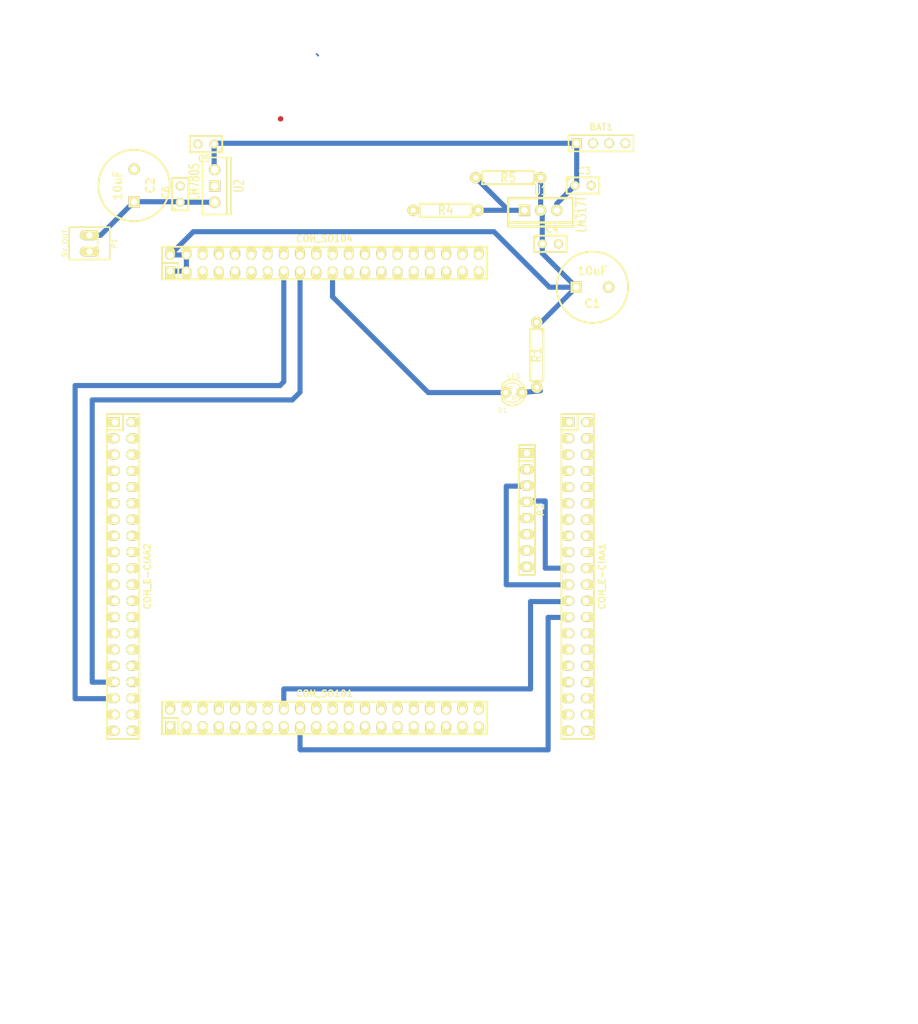
<source format=kicad_pcb>
(kicad_pcb (version 3) (host pcbnew "(2013-jul-07)-stable")

  (general
    (links 88)
    (no_connects 63)
    (area 71.249999 29.899999 218.084525 191.224945)
    (thickness 1.6)
    (drawings 16)
    (tracks 80)
    (zones 0)
    (modules 19)
    (nets 16)
  )

  (page A4)
  (title_block 
    (title rescatAR)
  )

  (layers
    (15 F.Cu signal)
    (0 B.Cu signal)
    (16 B.Adhes user)
    (17 F.Adhes user)
    (18 B.Paste user)
    (19 F.Paste user)
    (20 B.SilkS user)
    (21 F.SilkS user)
    (22 B.Mask user)
    (23 F.Mask user)
    (24 Dwgs.User user)
    (25 Cmts.User user)
    (26 Eco1.User user)
    (27 Eco2.User user)
    (28 Edge.Cuts user)
  )

  (setup
    (last_trace_width 0.8)
    (trace_clearance 0.7)
    (zone_clearance 0.508)
    (zone_45_only yes)
    (trace_min 0.254)
    (segment_width 0.2)
    (edge_width 0.15)
    (via_size 0.889)
    (via_drill 0.635)
    (via_min_size 0.889)
    (via_min_drill 0.508)
    (uvia_size 0.508)
    (uvia_drill 0.127)
    (uvias_allowed no)
    (uvia_min_size 0.508)
    (uvia_min_drill 0.127)
    (pcb_text_width 0.3)
    (pcb_text_size 1 1)
    (mod_edge_width 0.15)
    (mod_text_size 1 1)
    (mod_text_width 0.15)
    (pad_size 1.778 1.778)
    (pad_drill 1.016)
    (pad_to_mask_clearance 0)
    (aux_axis_origin 0 0)
    (visible_elements FFFFFFBF)
    (pcbplotparams
      (layerselection 3178497)
      (usegerberextensions false)
      (excludeedgelayer true)
      (linewidth 0.150000)
      (plotframeref false)
      (viasonmask false)
      (mode 1)
      (useauxorigin false)
      (hpglpennumber 1)
      (hpglpenspeed 20)
      (hpglpendiameter 15)
      (hpglpenoverlay 2)
      (psnegative false)
      (psa4output false)
      (plotreference true)
      (plotvalue true)
      (plotothertext true)
      (plotinvisibletext false)
      (padsonsilk false)
      (subtractmaskfromsilk false)
      (outputformat 5)
      (mirror false)
      (drillshape 0)
      (scaleselection 1)
      (outputdirectory plots/))
  )

  (net 0 "")
  (net 1 /GE864_ON_OFF)
  (net 2 /GE864_RESET)
  (net 3 /GND)
  (net 4 /I2C_SCL)
  (net 5 /I2C_SDA)
  (net 6 /RS232_RXD)
  (net 7 /RS232_TXD)
  (net 8 /STATUS_LED)
  (net 9 /VCC_3.3V)
  (net 10 /VCC_3.8V)
  (net 11 /VCC_5V)
  (net 12 N-0000018)
  (net 13 N-000002)
  (net 14 N-000003)
  (net 15 VCC)

  (net_class Default "This is the default net class."
    (clearance 0.7)
    (trace_width 0.8)
    (via_dia 0.889)
    (via_drill 0.635)
    (uvia_dia 0.508)
    (uvia_drill 0.127)
    (add_net "")
    (add_net /GE864_ON_OFF)
    (add_net /GE864_RESET)
    (add_net /GND)
    (add_net /I2C_SCL)
    (add_net /I2C_SDA)
    (add_net /RS232_RXD)
    (add_net /RS232_TXD)
    (add_net /STATUS_LED)
    (add_net /VCC_3.3V)
    (add_net /VCC_3.8V)
    (add_net /VCC_5V)
    (add_net N-0000018)
    (add_net N-000002)
    (add_net N-000003)
    (add_net VCC)
  )

  (module TO220_VERT (layer F.Cu) (tedit 565EFDB3) (tstamp 56601DBF)
    (at 155.825 62.75 270)
    (descr "Regulateur TO220 serie LM78xx")
    (tags "TR TO220")
    (path /565C63CE)
    (fp_text reference U1 (at -3.175 0 360) (layer F.SilkS)
      (effects (font (size 1.524 1.016) (thickness 0.2032)))
    )
    (fp_text value LM317T (at 0.635 -6.35 270) (layer F.SilkS)
      (effects (font (size 1.524 1.016) (thickness 0.2032)))
    )
    (fp_line (start 1.905 -5.08) (end 2.54 -5.08) (layer F.SilkS) (width 0.381))
    (fp_line (start 2.54 -5.08) (end 2.54 5.08) (layer F.SilkS) (width 0.381))
    (fp_line (start 2.54 5.08) (end 1.905 5.08) (layer F.SilkS) (width 0.381))
    (fp_line (start -1.905 -5.08) (end 1.905 -5.08) (layer F.SilkS) (width 0.381))
    (fp_line (start 1.905 -5.08) (end 1.905 5.08) (layer F.SilkS) (width 0.381))
    (fp_line (start 1.905 5.08) (end -1.905 5.08) (layer F.SilkS) (width 0.381))
    (fp_line (start -1.905 5.08) (end -1.905 -5.08) (layer F.SilkS) (width 0.381))
    (pad 2 thru_hole circle (at 0 -2.54 270) (size 1.778 1.778) (drill 1.016)
      (layers *.Cu *.Mask F.SilkS)
      (net 15 VCC)
    )
    (pad 3 thru_hole circle (at 0 0 270) (size 1.778 1.778) (drill 1.016)
      (layers *.Cu *.Mask F.SilkS)
      (net 10 /VCC_3.8V)
    )
    (pad 1 thru_hole rect (at 0 2.54 270) (size 1.778 1.778) (drill 1.016)
      (layers *.Cu *.Mask F.SilkS)
      (net 13 N-000002)
    )
  )

  (module R4-LARGE_PADS (layer F.Cu) (tedit 47E2673E) (tstamp 56601DCD)
    (at 140.975 62.75 180)
    (descr "Resitance 4 pas")
    (tags R)
    (path /565C6408)
    (autoplace_cost180 10)
    (fp_text reference R4 (at 0 0 180) (layer F.SilkS)
      (effects (font (size 1.397 1.27) (thickness 0.2032)))
    )
    (fp_text value 470 (at 0 0 180) (layer F.SilkS) hide
      (effects (font (size 1.397 1.27) (thickness 0.2032)))
    )
    (fp_line (start -5.08 0) (end -4.064 0) (layer F.SilkS) (width 0.3048))
    (fp_line (start -4.064 0) (end -4.064 -1.016) (layer F.SilkS) (width 0.3048))
    (fp_line (start -4.064 -1.016) (end 4.064 -1.016) (layer F.SilkS) (width 0.3048))
    (fp_line (start 4.064 -1.016) (end 4.064 1.016) (layer F.SilkS) (width 0.3048))
    (fp_line (start 4.064 1.016) (end -4.064 1.016) (layer F.SilkS) (width 0.3048))
    (fp_line (start -4.064 1.016) (end -4.064 0) (layer F.SilkS) (width 0.3048))
    (fp_line (start -4.064 -0.508) (end -3.556 -1.016) (layer F.SilkS) (width 0.3048))
    (fp_line (start 5.08 0) (end 4.064 0) (layer F.SilkS) (width 0.3048))
    (pad 1 thru_hole circle (at -5.08 0 180) (size 1.778 1.778) (drill 0.8128)
      (layers *.Cu *.Mask F.SilkS)
      (net 13 N-000002)
    )
    (pad 2 thru_hole circle (at 5.08 0 180) (size 1.778 1.778) (drill 0.8128)
      (layers *.Cu *.Mask F.SilkS)
      (net 3 /GND)
    )
    (model discret/resistor.wrl
      (at (xyz 0 0 0))
      (scale (xyz 0.4 0.4 0.4))
      (rotate (xyz 0 0 0))
    )
  )

  (module R4-LARGE_PADS (layer F.Cu) (tedit 47E2673E) (tstamp 56601DDB)
    (at 155.225 85.35 270)
    (descr "Resitance 4 pas")
    (tags R)
    (path /565EF363)
    (autoplace_cost180 10)
    (fp_text reference R1 (at 0 0 270) (layer F.SilkS)
      (effects (font (size 1.397 1.27) (thickness 0.2032)))
    )
    (fp_text value 330 (at 0 0 270) (layer F.SilkS) hide
      (effects (font (size 1.397 1.27) (thickness 0.2032)))
    )
    (fp_line (start -5.08 0) (end -4.064 0) (layer F.SilkS) (width 0.3048))
    (fp_line (start -4.064 0) (end -4.064 -1.016) (layer F.SilkS) (width 0.3048))
    (fp_line (start -4.064 -1.016) (end 4.064 -1.016) (layer F.SilkS) (width 0.3048))
    (fp_line (start 4.064 -1.016) (end 4.064 1.016) (layer F.SilkS) (width 0.3048))
    (fp_line (start 4.064 1.016) (end -4.064 1.016) (layer F.SilkS) (width 0.3048))
    (fp_line (start -4.064 1.016) (end -4.064 0) (layer F.SilkS) (width 0.3048))
    (fp_line (start -4.064 -0.508) (end -3.556 -1.016) (layer F.SilkS) (width 0.3048))
    (fp_line (start 5.08 0) (end 4.064 0) (layer F.SilkS) (width 0.3048))
    (pad 1 thru_hole circle (at -5.08 0 270) (size 1.778 1.778) (drill 0.8128)
      (layers *.Cu *.Mask F.SilkS)
      (net 10 /VCC_3.8V)
    )
    (pad 2 thru_hole circle (at 5.08 0 270) (size 1.778 1.778) (drill 0.8128)
      (layers *.Cu *.Mask F.SilkS)
      (net 12 N-0000018)
    )
    (model discret/resistor.wrl
      (at (xyz 0 0 0))
      (scale (xyz 0.4 0.4 0.4))
      (rotate (xyz 0 0 0))
    )
  )

  (module R4-LARGE_PADS (layer F.Cu) (tedit 47E2673E) (tstamp 56601DE9)
    (at 150.75 57.65 180)
    (descr "Resitance 4 pas")
    (tags R)
    (path /565C63FB)
    (autoplace_cost180 10)
    (fp_text reference R5 (at 0 0 180) (layer F.SilkS)
      (effects (font (size 1.397 1.27) (thickness 0.2032)))
    )
    (fp_text value 220 (at 0 0 180) (layer F.SilkS) hide
      (effects (font (size 1.397 1.27) (thickness 0.2032)))
    )
    (fp_line (start -5.08 0) (end -4.064 0) (layer F.SilkS) (width 0.3048))
    (fp_line (start -4.064 0) (end -4.064 -1.016) (layer F.SilkS) (width 0.3048))
    (fp_line (start -4.064 -1.016) (end 4.064 -1.016) (layer F.SilkS) (width 0.3048))
    (fp_line (start 4.064 -1.016) (end 4.064 1.016) (layer F.SilkS) (width 0.3048))
    (fp_line (start 4.064 1.016) (end -4.064 1.016) (layer F.SilkS) (width 0.3048))
    (fp_line (start -4.064 1.016) (end -4.064 0) (layer F.SilkS) (width 0.3048))
    (fp_line (start -4.064 -0.508) (end -3.556 -1.016) (layer F.SilkS) (width 0.3048))
    (fp_line (start 5.08 0) (end 4.064 0) (layer F.SilkS) (width 0.3048))
    (pad 1 thru_hole circle (at -5.08 0 180) (size 1.778 1.778) (drill 0.8128)
      (layers *.Cu *.Mask F.SilkS)
      (net 10 /VCC_3.8V)
    )
    (pad 2 thru_hole circle (at 5.08 0 180) (size 1.778 1.778) (drill 0.8128)
      (layers *.Cu *.Mask F.SilkS)
      (net 13 N-000002)
    )
    (model discret/resistor.wrl
      (at (xyz 0 0 0))
      (scale (xyz 0.4 0.4 0.4))
      (rotate (xyz 0 0 0))
    )
  )

  (module PINHEAD1-2 (layer F.Cu) (tedit 5216611E) (tstamp 56601DF4)
    (at 85.25 67.925 270)
    (path /565CADCA)
    (attr virtual)
    (fp_text reference P1 (at 0 -3.9 270) (layer F.SilkS)
      (effects (font (size 0.8 0.8) (thickness 0.12)))
    )
    (fp_text value 5V_OUT (at 0 3.81 270) (layer F.SilkS)
      (effects (font (size 0.8 0.8) (thickness 0.12)))
    )
    (fp_line (start 2.54 -1.27) (end -2.54 -1.27) (layer F.SilkS) (width 0.254))
    (fp_line (start 2.54 3.175) (end -2.54 3.175) (layer F.SilkS) (width 0.254))
    (fp_line (start -2.54 -3.175) (end 2.54 -3.175) (layer F.SilkS) (width 0.254))
    (fp_line (start -2.54 -3.175) (end -2.54 3.175) (layer F.SilkS) (width 0.254))
    (fp_line (start 2.54 -3.175) (end 2.54 3.175) (layer F.SilkS) (width 0.254))
    (pad 1 thru_hole oval (at -1.27 0 270) (size 1.50622 3.01498) (drill 0.99822)
      (layers *.Cu *.Mask F.SilkS)
      (net 14 N-000003)
    )
    (pad 2 thru_hole oval (at 1.27 0 270) (size 1.50622 3.01498) (drill 0.99822)
      (layers *.Cu *.Mask F.SilkS)
      (net 3 /GND)
    )
  )

  (module pin_strip_8 (layer F.Cu) (tedit 4B90DF8F) (tstamp 56601E05)
    (at 153.675 109.6 270)
    (descr "Pin strip 8pin")
    (tags "CONN DEV")
    (path /56167705)
    (fp_text reference P2 (at 0 -2.159 270) (layer F.SilkS)
      (effects (font (size 1.016 1.016) (thickness 0.2032)))
    )
    (fp_text value CONN_8 (at 0.254 -3.556 270) (layer F.SilkS) hide
      (effects (font (size 1.016 0.889) (thickness 0.2032)))
    )
    (fp_line (start -7.62 -1.27) (end -7.62 1.27) (layer F.SilkS) (width 0.3048))
    (fp_line (start -10.16 -1.27) (end 10.16 -1.27) (layer F.SilkS) (width 0.3048))
    (fp_line (start 10.16 -1.27) (end 10.16 1.27) (layer F.SilkS) (width 0.3048))
    (fp_line (start 10.16 1.27) (end -10.16 1.27) (layer F.SilkS) (width 0.3048))
    (fp_line (start -10.16 1.27) (end -10.16 -1.27) (layer F.SilkS) (width 0.3048))
    (pad 1 thru_hole rect (at -8.89 0 270) (size 1.524 2.19964) (drill 1.00076)
      (layers *.Cu *.Mask F.SilkS)
      (net 11 /VCC_5V)
    )
    (pad 2 thru_hole oval (at -6.35 0 270) (size 1.524 2.19964) (drill 1.00076)
      (layers *.Cu *.Mask F.SilkS)
      (net 3 /GND)
    )
    (pad 3 thru_hole oval (at -3.81 0 270) (size 1.524 2.19964) (drill 1.00076)
      (layers *.Cu *.Mask F.SilkS)
      (net 4 /I2C_SCL)
    )
    (pad 4 thru_hole oval (at -1.27 0 270) (size 1.524 2.19964) (drill 1.00076)
      (layers *.Cu *.Mask F.SilkS)
      (net 5 /I2C_SDA)
    )
    (pad 5 thru_hole oval (at 1.27 0 270) (size 1.524 2.19964) (drill 1.00076)
      (layers *.Cu *.Mask F.SilkS)
    )
    (pad 6 thru_hole oval (at 3.81 0 270) (size 1.524 2.19964) (drill 1.00076)
      (layers *.Cu *.Mask F.SilkS)
    )
    (pad 7 thru_hole oval (at 6.35 0 270) (size 1.524 2.19964) (drill 1.00076)
      (layers *.Cu *.Mask F.SilkS)
      (net 3 /GND)
    )
    (pad 8 thru_hole oval (at 8.89 0 270) (size 1.524 2.19964) (drill 1.00076)
      (layers *.Cu *.Mask F.SilkS)
    )
    (model walter/pin_strip/pin_strip_8.wrl
      (at (xyz 0 0 0))
      (scale (xyz 1 1 1))
      (rotate (xyz 0 0 0))
    )
  )

  (module pin_strip_20x2 (layer F.Cu) (tedit 4F09A877) (tstamp 56601E37)
    (at 122 142.12)
    (descr "Pin strip 20x2pin")
    (tags "CONN DEV")
    (path /56174B67)
    (fp_text reference CON_SO101 (at 0 -3.81) (layer F.SilkS)
      (effects (font (size 1.016 1.016) (thickness 0.2032)))
    )
    (fp_text value CONN_20X2 (at 0 -5.08) (layer F.SilkS) hide
      (effects (font (size 1.016 0.889) (thickness 0.2032)))
    )
    (fp_line (start 25.4 2.54) (end -25.4 2.54) (layer F.SilkS) (width 0.3048))
    (fp_line (start -25.4 -2.54) (end 25.4 -2.54) (layer F.SilkS) (width 0.3048))
    (fp_line (start -25.4 0) (end -22.86 0) (layer F.SilkS) (width 0.3048))
    (fp_line (start -22.86 0) (end -22.86 2.54) (layer F.SilkS) (width 0.3048))
    (fp_line (start -25.4 -2.54) (end -25.4 2.54) (layer F.SilkS) (width 0.3048))
    (fp_line (start 25.4 2.54) (end 25.4 -2.54) (layer F.SilkS) (width 0.3048))
    (pad 1 thru_hole rect (at -24.13 1.27) (size 1.524 1.99898) (drill 1.00076 (offset 0 0.24892))
      (layers *.Cu *.Mask F.SilkS)
    )
    (pad 2 thru_hole oval (at -24.13 -1.27) (size 1.524 1.99898) (drill 1.00076 (offset 0 -0.24892))
      (layers *.Cu *.Mask F.SilkS)
    )
    (pad 3 thru_hole oval (at -21.59 1.27) (size 1.524 1.99898) (drill 1.00076 (offset 0 0.24892))
      (layers *.Cu *.Mask F.SilkS)
    )
    (pad 4 thru_hole oval (at -21.59 -1.27) (size 1.524 1.99898) (drill 1.00076 (offset 0 -0.24892))
      (layers *.Cu *.Mask F.SilkS)
    )
    (pad 5 thru_hole oval (at -19.05 1.27) (size 1.524 1.99898) (drill 1.00076 (offset 0 0.24892))
      (layers *.Cu *.Mask F.SilkS)
      (net 3 /GND)
    )
    (pad 6 thru_hole oval (at -19.05 -1.27) (size 1.524 1.99898) (drill 1.00076 (offset 0 -0.24892))
      (layers *.Cu *.Mask F.SilkS)
    )
    (pad 7 thru_hole oval (at -16.51 1.27) (size 1.524 1.99898) (drill 1.00076 (offset 0 0.24892))
      (layers *.Cu *.Mask F.SilkS)
    )
    (pad 8 thru_hole oval (at -16.51 -1.27) (size 1.524 1.99898) (drill 1.00076 (offset 0 -0.24892))
      (layers *.Cu *.Mask F.SilkS)
    )
    (pad 9 thru_hole oval (at -13.97 1.27) (size 1.524 1.99898) (drill 1.00076 (offset 0 0.24892))
      (layers *.Cu *.Mask F.SilkS)
    )
    (pad 10 thru_hole oval (at -13.97 -1.27) (size 1.524 1.99898) (drill 1.00076 (offset 0 -0.24892))
      (layers *.Cu *.Mask F.SilkS)
    )
    (pad 11 thru_hole oval (at -11.43 1.27) (size 1.524 1.99898) (drill 1.00076 (offset 0 0.24892))
      (layers *.Cu *.Mask F.SilkS)
      (net 3 /GND)
    )
    (pad 12 thru_hole oval (at -11.43 -1.27) (size 1.524 1.99898) (drill 1.00076 (offset 0 -0.24892))
      (layers *.Cu *.Mask F.SilkS)
      (net 3 /GND)
    )
    (pad 13 thru_hole oval (at -8.89 1.27) (size 1.524 1.99898) (drill 1.00076 (offset 0 0.24892))
      (layers *.Cu *.Mask F.SilkS)
      (net 3 /GND)
    )
    (pad 14 thru_hole oval (at -8.89 -1.27) (size 1.524 1.99898) (drill 1.00076 (offset 0 -0.24892))
      (layers *.Cu *.Mask F.SilkS)
      (net 3 /GND)
    )
    (pad 15 thru_hole oval (at -6.35 1.27) (size 1.524 1.99898) (drill 1.00076 (offset 0 0.24892))
      (layers *.Cu *.Mask F.SilkS)
    )
    (pad 16 thru_hole oval (at -6.35 -1.27) (size 1.524 1.99898) (drill 1.00076 (offset 0 -0.24892))
      (layers *.Cu *.Mask F.SilkS)
      (net 6 /RS232_RXD)
    )
    (pad 17 thru_hole oval (at -3.81 1.27) (size 1.524 1.99898) (drill 1.00076 (offset 0 0.24892))
      (layers *.Cu *.Mask F.SilkS)
      (net 7 /RS232_TXD)
    )
    (pad 18 thru_hole oval (at -3.81 -1.27) (size 1.524 1.99898) (drill 1.00076 (offset 0 -0.24892))
      (layers *.Cu *.Mask F.SilkS)
    )
    (pad 19 thru_hole oval (at -1.27 1.27) (size 1.524 1.99898) (drill 1.00076 (offset 0 0.24892))
      (layers *.Cu *.Mask F.SilkS)
      (net 3 /GND)
    )
    (pad 20 thru_hole oval (at -1.27 -1.27) (size 1.524 1.99898) (drill 1.00076 (offset 0 -0.24892))
      (layers *.Cu *.Mask F.SilkS)
    )
    (pad 21 thru_hole oval (at 1.27 1.27) (size 1.524 1.99898) (drill 1.00076 (offset 0 0.24892))
      (layers *.Cu *.Mask F.SilkS)
    )
    (pad 22 thru_hole oval (at 1.27 -1.27) (size 1.524 1.99898) (drill 1.00076 (offset 0 -0.24892))
      (layers *.Cu *.Mask F.SilkS)
    )
    (pad 23 thru_hole oval (at 3.81 1.27) (size 1.524 1.99898) (drill 1.00076 (offset 0 0.24892))
      (layers *.Cu *.Mask F.SilkS)
    )
    (pad 24 thru_hole oval (at 3.81 -1.27) (size 1.524 1.99898) (drill 1.00076 (offset 0 -0.24892))
      (layers *.Cu *.Mask F.SilkS)
    )
    (pad 25 thru_hole oval (at 6.35 1.27) (size 1.524 1.99898) (drill 1.00076 (offset 0 0.24892))
      (layers *.Cu *.Mask F.SilkS)
      (net 3 /GND)
    )
    (pad 26 thru_hole oval (at 6.35 -1.27) (size 1.524 1.99898) (drill 1.00076 (offset 0 -0.24892))
      (layers *.Cu *.Mask F.SilkS)
      (net 3 /GND)
    )
    (pad 27 thru_hole oval (at 8.89 1.27) (size 1.524 1.99898) (drill 1.00076 (offset 0 0.24892))
      (layers *.Cu *.Mask F.SilkS)
      (net 3 /GND)
    )
    (pad 28 thru_hole oval (at 8.89 -1.27) (size 1.524 1.99898) (drill 1.00076 (offset 0 -0.24892))
      (layers *.Cu *.Mask F.SilkS)
      (net 3 /GND)
    )
    (pad 29 thru_hole oval (at 11.43 1.27) (size 1.524 1.99898) (drill 1.00076 (offset 0 0.24892))
      (layers *.Cu *.Mask F.SilkS)
    )
    (pad 30 thru_hole oval (at 11.43 -1.27) (size 1.524 1.99898) (drill 1.00076 (offset 0 -0.24892))
      (layers *.Cu *.Mask F.SilkS)
    )
    (pad 31 thru_hole oval (at 13.97 1.27) (size 1.524 1.99898) (drill 1.00076 (offset 0 0.24892))
      (layers *.Cu *.Mask F.SilkS)
    )
    (pad 32 thru_hole oval (at 13.97 -1.27) (size 1.524 1.99898) (drill 1.00076 (offset 0 -0.24892))
      (layers *.Cu *.Mask F.SilkS)
    )
    (pad 33 thru_hole oval (at 16.51 1.27) (size 1.524 1.99898) (drill 1.00076 (offset 0 0.24892))
      (layers *.Cu *.Mask F.SilkS)
    )
    (pad 34 thru_hole oval (at 16.51 -1.27) (size 1.524 1.99898) (drill 1.00076 (offset 0 -0.24892))
      (layers *.Cu *.Mask F.SilkS)
    )
    (pad 35 thru_hole oval (at 19.05 1.27) (size 1.524 1.99898) (drill 1.00076 (offset 0 0.24892))
      (layers *.Cu *.Mask F.SilkS)
    )
    (pad 36 thru_hole oval (at 19.05 -1.27) (size 1.524 1.99898) (drill 1.00076 (offset 0 -0.24892))
      (layers *.Cu *.Mask F.SilkS)
    )
    (pad 37 thru_hole oval (at 21.59 1.27) (size 1.524 1.99898) (drill 1.00076 (offset 0 0.24892))
      (layers *.Cu *.Mask F.SilkS)
    )
    (pad 38 thru_hole oval (at 21.59 -1.27) (size 1.524 1.99898) (drill 1.00076 (offset 0 -0.24892))
      (layers *.Cu *.Mask F.SilkS)
      (net 3 /GND)
    )
    (pad 39 thru_hole oval (at 24.13 1.27) (size 1.524 1.99898) (drill 1.00076 (offset 0 0.24892))
      (layers *.Cu *.Mask F.SilkS)
      (net 3 /GND)
    )
    (pad 40 thru_hole oval (at 24.13 -1.27) (size 1.524 1.99898) (drill 1.00076 (offset 0 -0.24892))
      (layers *.Cu *.Mask F.SilkS)
      (net 3 /GND)
    )
    (model walter/pin_strip/pin_strip_20x2.wrl
      (at (xyz 0 0 0))
      (scale (xyz 1 1 1))
      (rotate (xyz 0 0 0))
    )
  )

  (module pin_strip_20x2 (layer F.Cu) (tedit 4F09A877) (tstamp 56602857)
    (at 122 71)
    (descr "Pin strip 20x2pin")
    (tags "CONN DEV")
    (path /56174B48)
    (fp_text reference CON_SO104 (at 0 -3.81) (layer F.SilkS)
      (effects (font (size 1.016 1.016) (thickness 0.2032)))
    )
    (fp_text value CONN_20X2 (at 0 -5.08) (layer F.SilkS) hide
      (effects (font (size 1.016 0.889) (thickness 0.2032)))
    )
    (fp_line (start 25.4 2.54) (end -25.4 2.54) (layer F.SilkS) (width 0.3048))
    (fp_line (start -25.4 -2.54) (end 25.4 -2.54) (layer F.SilkS) (width 0.3048))
    (fp_line (start -25.4 0) (end -22.86 0) (layer F.SilkS) (width 0.3048))
    (fp_line (start -22.86 0) (end -22.86 2.54) (layer F.SilkS) (width 0.3048))
    (fp_line (start -25.4 -2.54) (end -25.4 2.54) (layer F.SilkS) (width 0.3048))
    (fp_line (start 25.4 2.54) (end 25.4 -2.54) (layer F.SilkS) (width 0.3048))
    (pad 1 thru_hole rect (at -24.13 1.27) (size 1.524 1.99898) (drill 1.00076 (offset 0 0.24892))
      (layers *.Cu *.Mask F.SilkS)
      (net 10 /VCC_3.8V)
    )
    (pad 2 thru_hole oval (at -24.13 -1.27) (size 1.524 1.99898) (drill 1.00076 (offset 0 -0.24892))
      (layers *.Cu *.Mask F.SilkS)
      (net 10 /VCC_3.8V)
    )
    (pad 3 thru_hole oval (at -21.59 1.27) (size 1.524 1.99898) (drill 1.00076 (offset 0 0.24892))
      (layers *.Cu *.Mask F.SilkS)
      (net 10 /VCC_3.8V)
    )
    (pad 4 thru_hole oval (at -21.59 -1.27) (size 1.524 1.99898) (drill 1.00076 (offset 0 -0.24892))
      (layers *.Cu *.Mask F.SilkS)
      (net 10 /VCC_3.8V)
    )
    (pad 5 thru_hole oval (at -19.05 1.27) (size 1.524 1.99898) (drill 1.00076 (offset 0 0.24892))
      (layers *.Cu *.Mask F.SilkS)
      (net 3 /GND)
    )
    (pad 6 thru_hole oval (at -19.05 -1.27) (size 1.524 1.99898) (drill 1.00076 (offset 0 -0.24892))
      (layers *.Cu *.Mask F.SilkS)
      (net 3 /GND)
    )
    (pad 7 thru_hole oval (at -16.51 1.27) (size 1.524 1.99898) (drill 1.00076 (offset 0 0.24892))
      (layers *.Cu *.Mask F.SilkS)
      (net 3 /GND)
    )
    (pad 8 thru_hole oval (at -16.51 -1.27) (size 1.524 1.99898) (drill 1.00076 (offset 0 -0.24892))
      (layers *.Cu *.Mask F.SilkS)
      (net 3 /GND)
    )
    (pad 9 thru_hole oval (at -13.97 1.27) (size 1.524 1.99898) (drill 1.00076 (offset 0 0.24892))
      (layers *.Cu *.Mask F.SilkS)
    )
    (pad 10 thru_hole oval (at -13.97 -1.27) (size 1.524 1.99898) (drill 1.00076 (offset 0 -0.24892))
      (layers *.Cu *.Mask F.SilkS)
    )
    (pad 11 thru_hole oval (at -11.43 1.27) (size 1.524 1.99898) (drill 1.00076 (offset 0 0.24892))
      (layers *.Cu *.Mask F.SilkS)
      (net 3 /GND)
    )
    (pad 12 thru_hole oval (at -11.43 -1.27) (size 1.524 1.99898) (drill 1.00076 (offset 0 -0.24892))
      (layers *.Cu *.Mask F.SilkS)
      (net 3 /GND)
    )
    (pad 13 thru_hole oval (at -8.89 1.27) (size 1.524 1.99898) (drill 1.00076 (offset 0 0.24892))
      (layers *.Cu *.Mask F.SilkS)
      (net 3 /GND)
    )
    (pad 14 thru_hole oval (at -8.89 -1.27) (size 1.524 1.99898) (drill 1.00076 (offset 0 -0.24892))
      (layers *.Cu *.Mask F.SilkS)
      (net 3 /GND)
    )
    (pad 15 thru_hole oval (at -6.35 1.27) (size 1.524 1.99898) (drill 1.00076 (offset 0 0.24892))
      (layers *.Cu *.Mask F.SilkS)
      (net 1 /GE864_ON_OFF)
    )
    (pad 16 thru_hole oval (at -6.35 -1.27) (size 1.524 1.99898) (drill 1.00076 (offset 0 -0.24892))
      (layers *.Cu *.Mask F.SilkS)
    )
    (pad 17 thru_hole oval (at -3.81 1.27) (size 1.524 1.99898) (drill 1.00076 (offset 0 0.24892))
      (layers *.Cu *.Mask F.SilkS)
      (net 2 /GE864_RESET)
    )
    (pad 18 thru_hole oval (at -3.81 -1.27) (size 1.524 1.99898) (drill 1.00076 (offset 0 -0.24892))
      (layers *.Cu *.Mask F.SilkS)
    )
    (pad 19 thru_hole oval (at -1.27 1.27) (size 1.524 1.99898) (drill 1.00076 (offset 0 0.24892))
      (layers *.Cu *.Mask F.SilkS)
    )
    (pad 20 thru_hole oval (at -1.27 -1.27) (size 1.524 1.99898) (drill 1.00076 (offset 0 -0.24892))
      (layers *.Cu *.Mask F.SilkS)
    )
    (pad 21 thru_hole oval (at 1.27 1.27) (size 1.524 1.99898) (drill 1.00076 (offset 0 0.24892))
      (layers *.Cu *.Mask F.SilkS)
      (net 8 /STATUS_LED)
    )
    (pad 22 thru_hole oval (at 1.27 -1.27) (size 1.524 1.99898) (drill 1.00076 (offset 0 -0.24892))
      (layers *.Cu *.Mask F.SilkS)
    )
    (pad 23 thru_hole oval (at 3.81 1.27) (size 1.524 1.99898) (drill 1.00076 (offset 0 0.24892))
      (layers *.Cu *.Mask F.SilkS)
    )
    (pad 24 thru_hole oval (at 3.81 -1.27) (size 1.524 1.99898) (drill 1.00076 (offset 0 -0.24892))
      (layers *.Cu *.Mask F.SilkS)
    )
    (pad 25 thru_hole oval (at 6.35 1.27) (size 1.524 1.99898) (drill 1.00076 (offset 0 0.24892))
      (layers *.Cu *.Mask F.SilkS)
      (net 3 /GND)
    )
    (pad 26 thru_hole oval (at 6.35 -1.27) (size 1.524 1.99898) (drill 1.00076 (offset 0 -0.24892))
      (layers *.Cu *.Mask F.SilkS)
      (net 3 /GND)
    )
    (pad 27 thru_hole oval (at 8.89 1.27) (size 1.524 1.99898) (drill 1.00076 (offset 0 0.24892))
      (layers *.Cu *.Mask F.SilkS)
      (net 3 /GND)
    )
    (pad 28 thru_hole oval (at 8.89 -1.27) (size 1.524 1.99898) (drill 1.00076 (offset 0 -0.24892))
      (layers *.Cu *.Mask F.SilkS)
      (net 3 /GND)
    )
    (pad 29 thru_hole oval (at 11.43 1.27) (size 1.524 1.99898) (drill 1.00076 (offset 0 0.24892))
      (layers *.Cu *.Mask F.SilkS)
    )
    (pad 30 thru_hole oval (at 11.43 -1.27) (size 1.524 1.99898) (drill 1.00076 (offset 0 -0.24892))
      (layers *.Cu *.Mask F.SilkS)
    )
    (pad 31 thru_hole oval (at 13.97 1.27) (size 1.524 1.99898) (drill 1.00076 (offset 0 0.24892))
      (layers *.Cu *.Mask F.SilkS)
    )
    (pad 32 thru_hole oval (at 13.97 -1.27) (size 1.524 1.99898) (drill 1.00076 (offset 0 -0.24892))
      (layers *.Cu *.Mask F.SilkS)
    )
    (pad 33 thru_hole oval (at 16.51 1.27) (size 1.524 1.99898) (drill 1.00076 (offset 0 0.24892))
      (layers *.Cu *.Mask F.SilkS)
    )
    (pad 34 thru_hole oval (at 16.51 -1.27) (size 1.524 1.99898) (drill 1.00076 (offset 0 -0.24892))
      (layers *.Cu *.Mask F.SilkS)
    )
    (pad 35 thru_hole oval (at 19.05 1.27) (size 1.524 1.99898) (drill 1.00076 (offset 0 0.24892))
      (layers *.Cu *.Mask F.SilkS)
    )
    (pad 36 thru_hole oval (at 19.05 -1.27) (size 1.524 1.99898) (drill 1.00076 (offset 0 -0.24892))
      (layers *.Cu *.Mask F.SilkS)
    )
    (pad 37 thru_hole oval (at 21.59 1.27) (size 1.524 1.99898) (drill 1.00076 (offset 0 0.24892))
      (layers *.Cu *.Mask F.SilkS)
    )
    (pad 38 thru_hole oval (at 21.59 -1.27) (size 1.524 1.99898) (drill 1.00076 (offset 0 -0.24892))
      (layers *.Cu *.Mask F.SilkS)
      (net 3 /GND)
    )
    (pad 39 thru_hole oval (at 24.13 1.27) (size 1.524 1.99898) (drill 1.00076 (offset 0 0.24892))
      (layers *.Cu *.Mask F.SilkS)
      (net 3 /GND)
    )
    (pad 40 thru_hole oval (at 24.13 -1.27) (size 1.524 1.99898) (drill 1.00076 (offset 0 -0.24892))
      (layers *.Cu *.Mask F.SilkS)
      (net 3 /GND)
    )
    (model walter/pin_strip/pin_strip_20x2.wrl
      (at (xyz 0 0 0))
      (scale (xyz 1 1 1))
      (rotate (xyz 0 0 0))
    )
  )

  (module pin_strip_20x2 (layer F.Cu) (tedit 4F09A877) (tstamp 56601E9B)
    (at 161.62 120 270)
    (descr "Pin strip 20x2pin")
    (tags "CONN DEV")
    (path /5398AC24)
    (fp_text reference CON_E-CIAA1 (at 0 -3.81 270) (layer F.SilkS)
      (effects (font (size 1.016 1.016) (thickness 0.2032)))
    )
    (fp_text value CONN_20X2 (at 0 -5.08 270) (layer F.SilkS) hide
      (effects (font (size 1.016 0.889) (thickness 0.2032)))
    )
    (fp_line (start 25.4 2.54) (end -25.4 2.54) (layer F.SilkS) (width 0.3048))
    (fp_line (start -25.4 -2.54) (end 25.4 -2.54) (layer F.SilkS) (width 0.3048))
    (fp_line (start -25.4 0) (end -22.86 0) (layer F.SilkS) (width 0.3048))
    (fp_line (start -22.86 0) (end -22.86 2.54) (layer F.SilkS) (width 0.3048))
    (fp_line (start -25.4 -2.54) (end -25.4 2.54) (layer F.SilkS) (width 0.3048))
    (fp_line (start 25.4 2.54) (end 25.4 -2.54) (layer F.SilkS) (width 0.3048))
    (pad 1 thru_hole rect (at -24.13 1.27 270) (size 1.524 1.99898) (drill 1.00076 (offset 0 0.24892))
      (layers *.Cu *.Mask F.SilkS)
      (net 9 /VCC_3.3V)
    )
    (pad 2 thru_hole oval (at -24.13 -1.27 270) (size 1.524 1.99898) (drill 1.00076 (offset 0 -0.24892))
      (layers *.Cu *.Mask F.SilkS)
      (net 11 /VCC_5V)
    )
    (pad 3 thru_hole oval (at -21.59 1.27 270) (size 1.524 1.99898) (drill 1.00076 (offset 0 0.24892))
      (layers *.Cu *.Mask F.SilkS)
    )
    (pad 4 thru_hole oval (at -21.59 -1.27 270) (size 1.524 1.99898) (drill 1.00076 (offset 0 -0.24892))
      (layers *.Cu *.Mask F.SilkS)
      (net 3 /GND)
    )
    (pad 5 thru_hole oval (at -19.05 1.27 270) (size 1.524 1.99898) (drill 1.00076 (offset 0 0.24892))
      (layers *.Cu *.Mask F.SilkS)
    )
    (pad 6 thru_hole oval (at -19.05 -1.27 270) (size 1.524 1.99898) (drill 1.00076 (offset 0 -0.24892))
      (layers *.Cu *.Mask F.SilkS)
    )
    (pad 7 thru_hole oval (at -16.51 1.27 270) (size 1.524 1.99898) (drill 1.00076 (offset 0 0.24892))
      (layers *.Cu *.Mask F.SilkS)
    )
    (pad 8 thru_hole oval (at -16.51 -1.27 270) (size 1.524 1.99898) (drill 1.00076 (offset 0 -0.24892))
      (layers *.Cu *.Mask F.SilkS)
    )
    (pad 9 thru_hole oval (at -13.97 1.27 270) (size 1.524 1.99898) (drill 1.00076 (offset 0 0.24892))
      (layers *.Cu *.Mask F.SilkS)
    )
    (pad 10 thru_hole oval (at -13.97 -1.27 270) (size 1.524 1.99898) (drill 1.00076 (offset 0 -0.24892))
      (layers *.Cu *.Mask F.SilkS)
    )
    (pad 11 thru_hole oval (at -11.43 1.27 270) (size 1.524 1.99898) (drill 1.00076 (offset 0 0.24892))
      (layers *.Cu *.Mask F.SilkS)
    )
    (pad 12 thru_hole oval (at -11.43 -1.27 270) (size 1.524 1.99898) (drill 1.00076 (offset 0 -0.24892))
      (layers *.Cu *.Mask F.SilkS)
    )
    (pad 13 thru_hole oval (at -8.89 1.27 270) (size 1.524 1.99898) (drill 1.00076 (offset 0 0.24892))
      (layers *.Cu *.Mask F.SilkS)
    )
    (pad 14 thru_hole oval (at -8.89 -1.27 270) (size 1.524 1.99898) (drill 1.00076 (offset 0 -0.24892))
      (layers *.Cu *.Mask F.SilkS)
    )
    (pad 15 thru_hole oval (at -6.35 1.27 270) (size 1.524 1.99898) (drill 1.00076 (offset 0 0.24892))
      (layers *.Cu *.Mask F.SilkS)
    )
    (pad 16 thru_hole oval (at -6.35 -1.27 270) (size 1.524 1.99898) (drill 1.00076 (offset 0 -0.24892))
      (layers *.Cu *.Mask F.SilkS)
    )
    (pad 17 thru_hole oval (at -3.81 1.27 270) (size 1.524 1.99898) (drill 1.00076 (offset 0 0.24892))
      (layers *.Cu *.Mask F.SilkS)
    )
    (pad 18 thru_hole oval (at -3.81 -1.27 270) (size 1.524 1.99898) (drill 1.00076 (offset 0 -0.24892))
      (layers *.Cu *.Mask F.SilkS)
    )
    (pad 19 thru_hole oval (at -1.27 1.27 270) (size 1.524 1.99898) (drill 1.00076 (offset 0 0.24892))
      (layers *.Cu *.Mask F.SilkS)
      (net 5 /I2C_SDA)
    )
    (pad 20 thru_hole oval (at -1.27 -1.27 270) (size 1.524 1.99898) (drill 1.00076 (offset 0 -0.24892))
      (layers *.Cu *.Mask F.SilkS)
      (net 3 /GND)
    )
    (pad 21 thru_hole oval (at 1.27 1.27 270) (size 1.524 1.99898) (drill 1.00076 (offset 0 0.24892))
      (layers *.Cu *.Mask F.SilkS)
      (net 4 /I2C_SCL)
    )
    (pad 22 thru_hole oval (at 1.27 -1.27 270) (size 1.524 1.99898) (drill 1.00076 (offset 0 -0.24892))
      (layers *.Cu *.Mask F.SilkS)
      (net 3 /GND)
    )
    (pad 23 thru_hole oval (at 3.81 1.27 270) (size 1.524 1.99898) (drill 1.00076 (offset 0 0.24892))
      (layers *.Cu *.Mask F.SilkS)
      (net 6 /RS232_RXD)
    )
    (pad 24 thru_hole oval (at 3.81 -1.27 270) (size 1.524 1.99898) (drill 1.00076 (offset 0 -0.24892))
      (layers *.Cu *.Mask F.SilkS)
      (net 3 /GND)
    )
    (pad 25 thru_hole oval (at 6.35 1.27 270) (size 1.524 1.99898) (drill 1.00076 (offset 0 0.24892))
      (layers *.Cu *.Mask F.SilkS)
      (net 7 /RS232_TXD)
    )
    (pad 26 thru_hole oval (at 6.35 -1.27 270) (size 1.524 1.99898) (drill 1.00076 (offset 0 -0.24892))
      (layers *.Cu *.Mask F.SilkS)
      (net 3 /GND)
    )
    (pad 27 thru_hole oval (at 8.89 1.27 270) (size 1.524 1.99898) (drill 1.00076 (offset 0 0.24892))
      (layers *.Cu *.Mask F.SilkS)
    )
    (pad 28 thru_hole oval (at 8.89 -1.27 270) (size 1.524 1.99898) (drill 1.00076 (offset 0 -0.24892))
      (layers *.Cu *.Mask F.SilkS)
      (net 3 /GND)
    )
    (pad 29 thru_hole oval (at 11.43 1.27 270) (size 1.524 1.99898) (drill 1.00076 (offset 0 0.24892))
      (layers *.Cu *.Mask F.SilkS)
    )
    (pad 30 thru_hole oval (at 11.43 -1.27 270) (size 1.524 1.99898) (drill 1.00076 (offset 0 -0.24892))
      (layers *.Cu *.Mask F.SilkS)
      (net 3 /GND)
    )
    (pad 31 thru_hole oval (at 13.97 1.27 270) (size 1.524 1.99898) (drill 1.00076 (offset 0 0.24892))
      (layers *.Cu *.Mask F.SilkS)
    )
    (pad 32 thru_hole oval (at 13.97 -1.27 270) (size 1.524 1.99898) (drill 1.00076 (offset 0 -0.24892))
      (layers *.Cu *.Mask F.SilkS)
      (net 3 /GND)
    )
    (pad 33 thru_hole oval (at 16.51 1.27 270) (size 1.524 1.99898) (drill 1.00076 (offset 0 0.24892))
      (layers *.Cu *.Mask F.SilkS)
    )
    (pad 34 thru_hole oval (at 16.51 -1.27 270) (size 1.524 1.99898) (drill 1.00076 (offset 0 -0.24892))
      (layers *.Cu *.Mask F.SilkS)
    )
    (pad 35 thru_hole oval (at 19.05 1.27 270) (size 1.524 1.99898) (drill 1.00076 (offset 0 0.24892))
      (layers *.Cu *.Mask F.SilkS)
    )
    (pad 36 thru_hole oval (at 19.05 -1.27 270) (size 1.524 1.99898) (drill 1.00076 (offset 0 -0.24892))
      (layers *.Cu *.Mask F.SilkS)
    )
    (pad 37 thru_hole oval (at 21.59 1.27 270) (size 1.524 1.99898) (drill 1.00076 (offset 0 0.24892))
      (layers *.Cu *.Mask F.SilkS)
    )
    (pad 38 thru_hole oval (at 21.59 -1.27 270) (size 1.524 1.99898) (drill 1.00076 (offset 0 -0.24892))
      (layers *.Cu *.Mask F.SilkS)
      (net 3 /GND)
    )
    (pad 39 thru_hole oval (at 24.13 1.27 270) (size 1.524 1.99898) (drill 1.00076 (offset 0 0.24892))
      (layers *.Cu *.Mask F.SilkS)
    )
    (pad 40 thru_hole oval (at 24.13 -1.27 270) (size 1.524 1.99898) (drill 1.00076 (offset 0 -0.24892))
      (layers *.Cu *.Mask F.SilkS)
      (net 3 /GND)
    )
    (model walter/pin_strip/pin_strip_20x2.wrl
      (at (xyz 0 0 0))
      (scale (xyz 1 1 1))
      (rotate (xyz 0 0 0))
    )
  )

  (module pin_strip_20x2 (layer F.Cu) (tedit 4F09A877) (tstamp 56601ECD)
    (at 90.5 120 270)
    (descr "Pin strip 20x2pin")
    (tags "CONN DEV")
    (path /5398AC33)
    (fp_text reference CON_E-CIAA2 (at 0 -3.81 270) (layer F.SilkS)
      (effects (font (size 1.016 1.016) (thickness 0.2032)))
    )
    (fp_text value CONN_20X2 (at 0 -5.08 270) (layer F.SilkS) hide
      (effects (font (size 1.016 0.889) (thickness 0.2032)))
    )
    (fp_line (start 25.4 2.54) (end -25.4 2.54) (layer F.SilkS) (width 0.3048))
    (fp_line (start -25.4 -2.54) (end 25.4 -2.54) (layer F.SilkS) (width 0.3048))
    (fp_line (start -25.4 0) (end -22.86 0) (layer F.SilkS) (width 0.3048))
    (fp_line (start -22.86 0) (end -22.86 2.54) (layer F.SilkS) (width 0.3048))
    (fp_line (start -25.4 -2.54) (end -25.4 2.54) (layer F.SilkS) (width 0.3048))
    (fp_line (start 25.4 2.54) (end 25.4 -2.54) (layer F.SilkS) (width 0.3048))
    (pad 1 thru_hole rect (at -24.13 1.27 270) (size 1.524 1.99898) (drill 1.00076 (offset 0 0.24892))
      (layers *.Cu *.Mask F.SilkS)
      (net 9 /VCC_3.3V)
    )
    (pad 2 thru_hole oval (at -24.13 -1.27 270) (size 1.524 1.99898) (drill 1.00076 (offset 0 -0.24892))
      (layers *.Cu *.Mask F.SilkS)
      (net 11 /VCC_5V)
    )
    (pad 3 thru_hole oval (at -21.59 1.27 270) (size 1.524 1.99898) (drill 1.00076 (offset 0 0.24892))
      (layers *.Cu *.Mask F.SilkS)
      (net 3 /GND)
    )
    (pad 4 thru_hole oval (at -21.59 -1.27 270) (size 1.524 1.99898) (drill 1.00076 (offset 0 -0.24892))
      (layers *.Cu *.Mask F.SilkS)
    )
    (pad 5 thru_hole oval (at -19.05 1.27 270) (size 1.524 1.99898) (drill 1.00076 (offset 0 0.24892))
      (layers *.Cu *.Mask F.SilkS)
      (net 3 /GND)
    )
    (pad 6 thru_hole oval (at -19.05 -1.27 270) (size 1.524 1.99898) (drill 1.00076 (offset 0 -0.24892))
      (layers *.Cu *.Mask F.SilkS)
    )
    (pad 7 thru_hole oval (at -16.51 1.27 270) (size 1.524 1.99898) (drill 1.00076 (offset 0 0.24892))
      (layers *.Cu *.Mask F.SilkS)
      (net 3 /GND)
    )
    (pad 8 thru_hole oval (at -16.51 -1.27 270) (size 1.524 1.99898) (drill 1.00076 (offset 0 -0.24892))
      (layers *.Cu *.Mask F.SilkS)
    )
    (pad 9 thru_hole oval (at -13.97 1.27 270) (size 1.524 1.99898) (drill 1.00076 (offset 0 0.24892))
      (layers *.Cu *.Mask F.SilkS)
    )
    (pad 10 thru_hole oval (at -13.97 -1.27 270) (size 1.524 1.99898) (drill 1.00076 (offset 0 -0.24892))
      (layers *.Cu *.Mask F.SilkS)
    )
    (pad 11 thru_hole oval (at -11.43 1.27 270) (size 1.524 1.99898) (drill 1.00076 (offset 0 0.24892))
      (layers *.Cu *.Mask F.SilkS)
      (net 3 /GND)
    )
    (pad 12 thru_hole oval (at -11.43 -1.27 270) (size 1.524 1.99898) (drill 1.00076 (offset 0 -0.24892))
      (layers *.Cu *.Mask F.SilkS)
    )
    (pad 13 thru_hole oval (at -8.89 1.27 270) (size 1.524 1.99898) (drill 1.00076 (offset 0 0.24892))
      (layers *.Cu *.Mask F.SilkS)
      (net 3 /GND)
    )
    (pad 14 thru_hole oval (at -8.89 -1.27 270) (size 1.524 1.99898) (drill 1.00076 (offset 0 -0.24892))
      (layers *.Cu *.Mask F.SilkS)
    )
    (pad 15 thru_hole oval (at -6.35 1.27 270) (size 1.524 1.99898) (drill 1.00076 (offset 0 0.24892))
      (layers *.Cu *.Mask F.SilkS)
    )
    (pad 16 thru_hole oval (at -6.35 -1.27 270) (size 1.524 1.99898) (drill 1.00076 (offset 0 -0.24892))
      (layers *.Cu *.Mask F.SilkS)
    )
    (pad 17 thru_hole oval (at -3.81 1.27 270) (size 1.524 1.99898) (drill 1.00076 (offset 0 0.24892))
      (layers *.Cu *.Mask F.SilkS)
      (net 3 /GND)
    )
    (pad 18 thru_hole oval (at -3.81 -1.27 270) (size 1.524 1.99898) (drill 1.00076 (offset 0 -0.24892))
      (layers *.Cu *.Mask F.SilkS)
    )
    (pad 19 thru_hole oval (at -1.27 1.27 270) (size 1.524 1.99898) (drill 1.00076 (offset 0 0.24892))
      (layers *.Cu *.Mask F.SilkS)
      (net 3 /GND)
    )
    (pad 20 thru_hole oval (at -1.27 -1.27 270) (size 1.524 1.99898) (drill 1.00076 (offset 0 -0.24892))
      (layers *.Cu *.Mask F.SilkS)
    )
    (pad 21 thru_hole oval (at 1.27 1.27 270) (size 1.524 1.99898) (drill 1.00076 (offset 0 0.24892))
      (layers *.Cu *.Mask F.SilkS)
    )
    (pad 22 thru_hole oval (at 1.27 -1.27 270) (size 1.524 1.99898) (drill 1.00076 (offset 0 -0.24892))
      (layers *.Cu *.Mask F.SilkS)
    )
    (pad 23 thru_hole oval (at 3.81 1.27 270) (size 1.524 1.99898) (drill 1.00076 (offset 0 0.24892))
      (layers *.Cu *.Mask F.SilkS)
    )
    (pad 24 thru_hole oval (at 3.81 -1.27 270) (size 1.524 1.99898) (drill 1.00076 (offset 0 -0.24892))
      (layers *.Cu *.Mask F.SilkS)
    )
    (pad 25 thru_hole oval (at 6.35 1.27 270) (size 1.524 1.99898) (drill 1.00076 (offset 0 0.24892))
      (layers *.Cu *.Mask F.SilkS)
      (net 3 /GND)
    )
    (pad 26 thru_hole oval (at 6.35 -1.27 270) (size 1.524 1.99898) (drill 1.00076 (offset 0 -0.24892))
      (layers *.Cu *.Mask F.SilkS)
    )
    (pad 27 thru_hole oval (at 8.89 1.27 270) (size 1.524 1.99898) (drill 1.00076 (offset 0 0.24892))
      (layers *.Cu *.Mask F.SilkS)
      (net 3 /GND)
    )
    (pad 28 thru_hole oval (at 8.89 -1.27 270) (size 1.524 1.99898) (drill 1.00076 (offset 0 -0.24892))
      (layers *.Cu *.Mask F.SilkS)
    )
    (pad 29 thru_hole oval (at 11.43 1.27 270) (size 1.524 1.99898) (drill 1.00076 (offset 0 0.24892))
      (layers *.Cu *.Mask F.SilkS)
    )
    (pad 30 thru_hole oval (at 11.43 -1.27 270) (size 1.524 1.99898) (drill 1.00076 (offset 0 -0.24892))
      (layers *.Cu *.Mask F.SilkS)
    )
    (pad 31 thru_hole oval (at 13.97 1.27 270) (size 1.524 1.99898) (drill 1.00076 (offset 0 0.24892))
      (layers *.Cu *.Mask F.SilkS)
    )
    (pad 32 thru_hole oval (at 13.97 -1.27 270) (size 1.524 1.99898) (drill 1.00076 (offset 0 -0.24892))
      (layers *.Cu *.Mask F.SilkS)
    )
    (pad 33 thru_hole oval (at 16.51 1.27 270) (size 1.524 1.99898) (drill 1.00076 (offset 0 0.24892))
      (layers *.Cu *.Mask F.SilkS)
      (net 2 /GE864_RESET)
    )
    (pad 34 thru_hole oval (at 16.51 -1.27 270) (size 1.524 1.99898) (drill 1.00076 (offset 0 -0.24892))
      (layers *.Cu *.Mask F.SilkS)
    )
    (pad 35 thru_hole oval (at 19.05 1.27 270) (size 1.524 1.99898) (drill 1.00076 (offset 0 0.24892))
      (layers *.Cu *.Mask F.SilkS)
      (net 1 /GE864_ON_OFF)
    )
    (pad 36 thru_hole oval (at 19.05 -1.27 270) (size 1.524 1.99898) (drill 1.00076 (offset 0 -0.24892))
      (layers *.Cu *.Mask F.SilkS)
    )
    (pad 37 thru_hole oval (at 21.59 1.27 270) (size 1.524 1.99898) (drill 1.00076 (offset 0 0.24892))
      (layers *.Cu *.Mask F.SilkS)
      (net 3 /GND)
    )
    (pad 38 thru_hole oval (at 21.59 -1.27 270) (size 1.524 1.99898) (drill 1.00076 (offset 0 -0.24892))
      (layers *.Cu *.Mask F.SilkS)
    )
    (pad 39 thru_hole oval (at 24.13 1.27 270) (size 1.524 1.99898) (drill 1.00076 (offset 0 0.24892))
      (layers *.Cu *.Mask F.SilkS)
      (net 3 /GND)
    )
    (pad 40 thru_hole oval (at 24.13 -1.27 270) (size 1.524 1.99898) (drill 1.00076 (offset 0 -0.24892))
      (layers *.Cu *.Mask F.SilkS)
    )
    (model walter/pin_strip/pin_strip_20x2.wrl
      (at (xyz 0 0 0))
      (scale (xyz 1 1 1))
      (rotate (xyz 0 0 0))
    )
  )

  (module PIN_ARRAY_4x1 (layer F.Cu) (tedit 4C10F42E) (tstamp 56601ED9)
    (at 165.275 52.275)
    (descr "Double rangee de contacts 2 x 5 pins")
    (tags CONN)
    (path /564115EC)
    (fp_text reference BAT1 (at 0 -2.54) (layer F.SilkS)
      (effects (font (size 1.016 1.016) (thickness 0.2032)))
    )
    (fp_text value BAT_CONN (at 0 2.54) (layer F.SilkS) hide
      (effects (font (size 1.016 1.016) (thickness 0.2032)))
    )
    (fp_line (start 5.08 1.27) (end -5.08 1.27) (layer F.SilkS) (width 0.254))
    (fp_line (start 5.08 -1.27) (end -5.08 -1.27) (layer F.SilkS) (width 0.254))
    (fp_line (start -5.08 -1.27) (end -5.08 1.27) (layer F.SilkS) (width 0.254))
    (fp_line (start 5.08 1.27) (end 5.08 -1.27) (layer F.SilkS) (width 0.254))
    (pad 1 thru_hole rect (at -3.81 0) (size 1.524 1.524) (drill 1.016)
      (layers *.Cu *.Mask F.SilkS)
      (net 15 VCC)
    )
    (pad 2 thru_hole circle (at -1.27 0) (size 1.524 1.524) (drill 1.016)
      (layers *.Cu *.Mask F.SilkS)
      (net 3 /GND)
    )
    (pad 3 thru_hole circle (at 1.27 0) (size 1.524 1.524) (drill 1.016)
      (layers *.Cu *.Mask F.SilkS)
    )
    (pad 4 thru_hole circle (at 3.81 0) (size 1.524 1.524) (drill 1.016)
      (layers *.Cu *.Mask F.SilkS)
    )
    (model pin_array\pins_array_4x1.wrl
      (at (xyz 0 0 0))
      (scale (xyz 1 1 1))
      (rotate (xyz 0 0 0))
    )
  )

  (module LM78XXV (layer F.Cu) (tedit 4C5EE157) (tstamp 56601EE7)
    (at 104.825 58.95)
    (descr "Regulateur TO220 serie LM78xx")
    (tags "TR TO220")
    (path /565DCE78)
    (fp_text reference U2 (at 3.81 0 90) (layer F.SilkS)
      (effects (font (size 1.524 1.016) (thickness 0.2032)))
    )
    (fp_text value LM7805 (at -3.175 -0.635 90) (layer F.SilkS)
      (effects (font (size 1.524 1.016) (thickness 0.2032)))
    )
    (fp_line (start 1.905 -4.445) (end 2.54 -4.445) (layer F.SilkS) (width 0.254))
    (fp_line (start 2.54 -4.445) (end 2.54 4.445) (layer F.SilkS) (width 0.254))
    (fp_line (start 2.54 4.445) (end 1.905 4.445) (layer F.SilkS) (width 0.254))
    (fp_line (start -1.905 -4.445) (end 1.905 -4.445) (layer F.SilkS) (width 0.254))
    (fp_line (start 1.905 -4.445) (end 1.905 4.445) (layer F.SilkS) (width 0.254))
    (fp_line (start 1.905 4.445) (end -1.905 4.445) (layer F.SilkS) (width 0.254))
    (fp_line (start -1.905 4.445) (end -1.905 -4.445) (layer F.SilkS) (width 0.254))
    (pad VI thru_hole circle (at 0 -2.54) (size 1.778 1.778) (drill 1.143)
      (layers *.Cu *.Mask F.SilkS)
      (net 15 VCC)
    )
    (pad GND thru_hole rect (at 0 0) (size 1.778 1.778) (drill 1.143)
      (layers *.Cu *.Mask F.SilkS)
      (net 3 /GND)
    )
    (pad VO thru_hole circle (at 0 2.54) (size 1.778 1.778) (drill 1.143)
      (layers *.Cu *.Mask F.SilkS)
      (net 14 N-000003)
    )
  )

  (module LED-3MM (layer F.Cu) (tedit 50ADE848) (tstamp 56601F00)
    (at 151.65 91.25 180)
    (descr "LED 3mm - Lead pitch 100mil (2,54mm)")
    (tags "LED led 3mm 3MM 100mil 2,54mm")
    (path /5617B2D6)
    (fp_text reference D1 (at 1.778 -2.794 180) (layer F.SilkS)
      (effects (font (size 0.762 0.762) (thickness 0.0889)))
    )
    (fp_text value LED (at 0 2.54 180) (layer F.SilkS)
      (effects (font (size 0.762 0.762) (thickness 0.0889)))
    )
    (fp_line (start 1.8288 1.27) (end 1.8288 -1.27) (layer F.SilkS) (width 0.254))
    (fp_arc (start 0.254 0) (end -1.27 0) (angle 39.8) (layer F.SilkS) (width 0.1524))
    (fp_arc (start 0.254 0) (end -0.88392 1.01092) (angle 41.6) (layer F.SilkS) (width 0.1524))
    (fp_arc (start 0.254 0) (end 1.4097 -0.9906) (angle 40.6) (layer F.SilkS) (width 0.1524))
    (fp_arc (start 0.254 0) (end 1.778 0) (angle 39.8) (layer F.SilkS) (width 0.1524))
    (fp_arc (start 0.254 0) (end 0.254 -1.524) (angle 54.4) (layer F.SilkS) (width 0.1524))
    (fp_arc (start 0.254 0) (end -0.9652 -0.9144) (angle 53.1) (layer F.SilkS) (width 0.1524))
    (fp_arc (start 0.254 0) (end 1.45542 0.93472) (angle 52.1) (layer F.SilkS) (width 0.1524))
    (fp_arc (start 0.254 0) (end 0.254 1.524) (angle 52.1) (layer F.SilkS) (width 0.1524))
    (fp_arc (start 0.254 0) (end -0.381 0) (angle 90) (layer F.SilkS) (width 0.1524))
    (fp_arc (start 0.254 0) (end -0.762 0) (angle 90) (layer F.SilkS) (width 0.1524))
    (fp_arc (start 0.254 0) (end 0.889 0) (angle 90) (layer F.SilkS) (width 0.1524))
    (fp_arc (start 0.254 0) (end 1.27 0) (angle 90) (layer F.SilkS) (width 0.1524))
    (fp_arc (start 0.254 0) (end 0.254 -2.032) (angle 50.1) (layer F.SilkS) (width 0.254))
    (fp_arc (start 0.254 0) (end -1.5367 -0.95504) (angle 61.9) (layer F.SilkS) (width 0.254))
    (fp_arc (start 0.254 0) (end 1.8034 1.31064) (angle 49.7) (layer F.SilkS) (width 0.254))
    (fp_arc (start 0.254 0) (end 0.254 2.032) (angle 60.2) (layer F.SilkS) (width 0.254))
    (fp_arc (start 0.254 0) (end -1.778 0) (angle 28.3) (layer F.SilkS) (width 0.254))
    (fp_arc (start 0.254 0) (end -1.47574 1.06426) (angle 31.6) (layer F.SilkS) (width 0.254))
    (pad 1 thru_hole circle (at -1.27 0 180) (size 1.6764 1.6764) (drill 0.8128)
      (layers *.Cu *.Mask F.SilkS)
      (net 12 N-0000018)
    )
    (pad 2 thru_hole circle (at 1.27 0 180) (size 1.6764 1.6764) (drill 0.8128)
      (layers *.Cu *.Mask F.SilkS)
      (net 8 /STATUS_LED)
    )
    (model discret/leds/led3_vertical_verde.wrl
      (at (xyz 0 0 0))
      (scale (xyz 1 1 1))
      (rotate (xyz 0 0 0))
    )
  )

  (module C2V10 (layer F.Cu) (tedit 41854742) (tstamp 56601F07)
    (at 163.925 74.775)
    (descr "Condensateur polarise")
    (tags CP)
    (path /565C6973)
    (fp_text reference C1 (at 0 2.54) (layer F.SilkS)
      (effects (font (size 1.27 1.27) (thickness 0.254)))
    )
    (fp_text value 10uF (at 0 -2.54) (layer F.SilkS)
      (effects (font (size 1.27 1.27) (thickness 0.254)))
    )
    (fp_circle (center 0 0) (end 4.826 -2.794) (layer F.SilkS) (width 0.3048))
    (pad 1 thru_hole rect (at -2.54 0) (size 1.778 1.778) (drill 1.016)
      (layers *.Cu *.Mask F.SilkS)
      (net 10 /VCC_3.8V)
    )
    (pad 2 thru_hole circle (at 2.54 0) (size 1.778 1.778) (drill 1.016)
      (layers *.Cu *.Mask F.SilkS)
      (net 3 /GND)
    )
    (model discret/c_vert_c2v10.wrl
      (at (xyz 0 0 0))
      (scale (xyz 1 1 1))
      (rotate (xyz 0 0 0))
    )
  )

  (module C2V10 (layer F.Cu) (tedit 41854742) (tstamp 56601F0E)
    (at 92.225 58.875 90)
    (descr "Condensateur polarise")
    (tags CP)
    (path /565C6DF9)
    (fp_text reference C2 (at 0 2.54 90) (layer F.SilkS)
      (effects (font (size 1.27 1.27) (thickness 0.254)))
    )
    (fp_text value 10uF (at 0 -2.54 90) (layer F.SilkS)
      (effects (font (size 1.27 1.27) (thickness 0.254)))
    )
    (fp_circle (center 0 0) (end 4.826 -2.794) (layer F.SilkS) (width 0.3048))
    (pad 1 thru_hole rect (at -2.54 0 90) (size 1.778 1.778) (drill 1.016)
      (layers *.Cu *.Mask F.SilkS)
      (net 14 N-000003)
    )
    (pad 2 thru_hole circle (at 2.54 0 90) (size 1.778 1.778) (drill 1.016)
      (layers *.Cu *.Mask F.SilkS)
      (net 3 /GND)
    )
    (model discret/c_vert_c2v10.wrl
      (at (xyz 0 0 0))
      (scale (xyz 1 1 1))
      (rotate (xyz 0 0 0))
    )
  )

  (module C1 (layer F.Cu) (tedit 3F92C496) (tstamp 56601F19)
    (at 157.35 68)
    (descr "Condensateur e = 1 pas")
    (tags C)
    (path /565EEA3E)
    (fp_text reference C4 (at 0.254 -2.286) (layer F.SilkS)
      (effects (font (size 1.016 1.016) (thickness 0.2032)))
    )
    (fp_text value 0.1 (at 0 -2.286) (layer F.SilkS) hide
      (effects (font (size 1.016 1.016) (thickness 0.2032)))
    )
    (fp_line (start -2.4892 -1.27) (end 2.54 -1.27) (layer F.SilkS) (width 0.3048))
    (fp_line (start 2.54 -1.27) (end 2.54 1.27) (layer F.SilkS) (width 0.3048))
    (fp_line (start 2.54 1.27) (end -2.54 1.27) (layer F.SilkS) (width 0.3048))
    (fp_line (start -2.54 1.27) (end -2.54 -1.27) (layer F.SilkS) (width 0.3048))
    (fp_line (start -2.54 -0.635) (end -1.905 -1.27) (layer F.SilkS) (width 0.3048))
    (pad 1 thru_hole circle (at -1.27 0) (size 1.397 1.397) (drill 0.8128)
      (layers *.Cu *.Mask F.SilkS)
      (net 10 /VCC_3.8V)
    )
    (pad 2 thru_hole circle (at 1.27 0) (size 1.397 1.397) (drill 0.8128)
      (layers *.Cu *.Mask F.SilkS)
      (net 3 /GND)
    )
    (model discret/capa_1_pas.wrl
      (at (xyz 0 0 0))
      (scale (xyz 1 1 1))
      (rotate (xyz 0 0 0))
    )
  )

  (module C1 (layer F.Cu) (tedit 3F92C496) (tstamp 566025C1)
    (at 162.45 58.875)
    (descr "Condensateur e = 1 pas")
    (tags C)
    (path /565EECEE)
    (fp_text reference C3 (at 0.254 -2.286) (layer F.SilkS)
      (effects (font (size 1.016 1.016) (thickness 0.2032)))
    )
    (fp_text value 0.1 (at 0 -2.286) (layer F.SilkS) hide
      (effects (font (size 1.016 1.016) (thickness 0.2032)))
    )
    (fp_line (start -2.4892 -1.27) (end 2.54 -1.27) (layer F.SilkS) (width 0.3048))
    (fp_line (start 2.54 -1.27) (end 2.54 1.27) (layer F.SilkS) (width 0.3048))
    (fp_line (start 2.54 1.27) (end -2.54 1.27) (layer F.SilkS) (width 0.3048))
    (fp_line (start -2.54 1.27) (end -2.54 -1.27) (layer F.SilkS) (width 0.3048))
    (fp_line (start -2.54 -0.635) (end -1.905 -1.27) (layer F.SilkS) (width 0.3048))
    (pad 1 thru_hole circle (at -1.27 0) (size 1.397 1.397) (drill 0.8128)
      (layers *.Cu *.Mask F.SilkS)
      (net 15 VCC)
    )
    (pad 2 thru_hole circle (at 1.27 0) (size 1.397 1.397) (drill 0.8128)
      (layers *.Cu *.Mask F.SilkS)
      (net 3 /GND)
    )
    (model discret/capa_1_pas.wrl
      (at (xyz 0 0 0))
      (scale (xyz 1 1 1))
      (rotate (xyz 0 0 0))
    )
  )

  (module C1 (layer F.Cu) (tedit 3F92C496) (tstamp 56601F2F)
    (at 99.45 60.225 90)
    (descr "Condensateur e = 1 pas")
    (tags C)
    (path /565EEF20)
    (fp_text reference C6 (at 0.254 -2.286 90) (layer F.SilkS)
      (effects (font (size 1.016 1.016) (thickness 0.2032)))
    )
    (fp_text value 0.1 (at 0 -2.286 90) (layer F.SilkS) hide
      (effects (font (size 1.016 1.016) (thickness 0.2032)))
    )
    (fp_line (start -2.4892 -1.27) (end 2.54 -1.27) (layer F.SilkS) (width 0.3048))
    (fp_line (start 2.54 -1.27) (end 2.54 1.27) (layer F.SilkS) (width 0.3048))
    (fp_line (start 2.54 1.27) (end -2.54 1.27) (layer F.SilkS) (width 0.3048))
    (fp_line (start -2.54 1.27) (end -2.54 -1.27) (layer F.SilkS) (width 0.3048))
    (fp_line (start -2.54 -0.635) (end -1.905 -1.27) (layer F.SilkS) (width 0.3048))
    (pad 1 thru_hole circle (at -1.27 0 90) (size 1.397 1.397) (drill 0.8128)
      (layers *.Cu *.Mask F.SilkS)
      (net 14 N-000003)
    )
    (pad 2 thru_hole circle (at 1.27 0 90) (size 1.397 1.397) (drill 0.8128)
      (layers *.Cu *.Mask F.SilkS)
      (net 3 /GND)
    )
    (model discret/capa_1_pas.wrl
      (at (xyz 0 0 0))
      (scale (xyz 1 1 1))
      (rotate (xyz 0 0 0))
    )
  )

  (module C1 (layer F.Cu) (tedit 3F92C496) (tstamp 56601F3A)
    (at 103.475 52.4 180)
    (descr "Condensateur e = 1 pas")
    (tags C)
    (path /565EEF26)
    (fp_text reference C5 (at 0.254 -2.286 180) (layer F.SilkS)
      (effects (font (size 1.016 1.016) (thickness 0.2032)))
    )
    (fp_text value 0.1 (at 0 -2.286 180) (layer F.SilkS) hide
      (effects (font (size 1.016 1.016) (thickness 0.2032)))
    )
    (fp_line (start -2.4892 -1.27) (end 2.54 -1.27) (layer F.SilkS) (width 0.3048))
    (fp_line (start 2.54 -1.27) (end 2.54 1.27) (layer F.SilkS) (width 0.3048))
    (fp_line (start 2.54 1.27) (end -2.54 1.27) (layer F.SilkS) (width 0.3048))
    (fp_line (start -2.54 1.27) (end -2.54 -1.27) (layer F.SilkS) (width 0.3048))
    (fp_line (start -2.54 -0.635) (end -1.905 -1.27) (layer F.SilkS) (width 0.3048))
    (pad 1 thru_hole circle (at -1.27 0 180) (size 1.397 1.397) (drill 0.8128)
      (layers *.Cu *.Mask F.SilkS)
      (net 15 VCC)
    )
    (pad 2 thru_hole circle (at 1.27 0 180) (size 1.397 1.397) (drill 0.8128)
      (layers *.Cu *.Mask F.SilkS)
      (net 3 /GND)
    )
    (model discret/capa_1_pas.wrl
      (at (xyz 0 0 0))
      (scale (xyz 1 1 1))
      (rotate (xyz 0 0 0))
    )
  )

  (dimension 49.800056 (width 0.25) (layer Cmts.User)
    (gr_text "49,800 mm" (at 170.287178 120.013891 89.91371124) (layer Cmts.User)
      (effects (font (size 1 1) (thickness 0.25)))
    )
    (feature1 (pts (xy 161.025 144.9) (xy 171.249677 144.915397)))
    (feature2 (pts (xy 161.1 95.1) (xy 171.324677 95.115397)))
    (crossbar (pts (xy 169.32468 95.112385) (xy 169.24968 144.912385)))
    (arrow1a (pts (xy 169.24968 144.912385) (xy 168.664957 143.785)))
    (arrow1b (pts (xy 169.24968 144.912385) (xy 169.837796 143.786766)))
    (arrow2a (pts (xy 169.32468 95.112385) (xy 168.736564 96.238004)))
    (arrow2b (pts (xy 169.32468 95.112385) (xy 169.909403 96.23977)))
  )
  (gr_line (start 171.35 149.025) (end 71.35 149.025) (angle 90) (layer Cmts.User) (width 0.2))
  (gr_line (start 171.35 49.025) (end 171.35 149.025) (angle 90) (layer Cmts.User) (width 0.2))
  (gr_line (start 71.35 49.025) (end 171.35 49.025) (angle 90) (layer Cmts.User) (width 0.2))
  (gr_line (start 71.35 149.025) (end 71.35 49.025) (angle 90) (layer Cmts.User) (width 0.2))
  (dimension 100 (width 0.25) (layer Dwgs.User)
    (gr_text "100,000 mm" (at 186.725 99 90) (layer Dwgs.User)
      (effects (font (size 1 1) (thickness 0.25)))
    )
    (feature1 (pts (xy 165 49) (xy 187.725 49)))
    (feature2 (pts (xy 165 149) (xy 187.725 149)))
    (crossbar (pts (xy 185.725 149) (xy 185.725 49)))
    (arrow1a (pts (xy 185.725 49) (xy 186.31142 50.126503)))
    (arrow1b (pts (xy 185.725 49) (xy 185.13858 50.126503)))
    (arrow2a (pts (xy 185.725 149) (xy 186.31142 147.873497)))
    (arrow2b (pts (xy 185.725 149) (xy 185.13858 147.873497)))
  )
  (dimension 73.750004 (width 0.25) (layer Dwgs.User)
    (gr_text "73,750 mm" (at 123.158578 190.237444 359.9805777) (layer Dwgs.User)
      (effects (font (size 1 1) (thickness 0.25)))
    )
    (feature1 (pts (xy 160.05 141.8) (xy 160.03324 191.249944)))
    (feature2 (pts (xy 86.3 141.775) (xy 86.28324 191.224944)))
    (crossbar (pts (xy 86.283917 189.224945) (xy 160.033917 189.249945)))
    (arrow1a (pts (xy 160.033917 189.249945) (xy 158.907215 189.835983)))
    (arrow1b (pts (xy 160.033917 189.249945) (xy 158.907613 188.663143)))
    (arrow2a (pts (xy 86.283917 189.224945) (xy 87.410221 189.811747)))
    (arrow2b (pts (xy 86.283917 189.224945) (xy 87.410619 188.638907)))
  )
  (dimension 7.2 (width 0.25) (layer Dwgs.User)
    (gr_text "7,200 mm" (at 76 145.4 90) (layer Dwgs.User)
      (effects (font (size 1 1) (thickness 0.25)))
    )
    (feature1 (pts (xy 80 141.8) (xy 75 141.8)))
    (feature2 (pts (xy 80 149) (xy 75 149)))
    (crossbar (pts (xy 77 149) (xy 77 141.8)))
    (arrow1a (pts (xy 77 141.8) (xy 77.58642 142.926503)))
    (arrow1b (pts (xy 77 141.8) (xy 76.41358 142.926503)))
    (arrow2a (pts (xy 77 149) (xy 77.58642 147.873497)))
    (arrow2b (pts (xy 77 149) (xy 76.41358 147.873497)))
  )
  (dimension 6.4 (width 0.25) (layer Dwgs.User)
    (gr_text "6,400 mm" (at 83.2 153.824999) (layer Dwgs.User)
      (effects (font (size 1 1) (thickness 0.25)))
    )
    (feature1 (pts (xy 86.4 149) (xy 86.4 154.824999)))
    (feature2 (pts (xy 80 149) (xy 80 154.824999)))
    (crossbar (pts (xy 80 152.824999) (xy 86.4 152.824999)))
    (arrow1a (pts (xy 86.4 152.824999) (xy 85.273497 153.411419)))
    (arrow1b (pts (xy 86.4 152.824999) (xy 85.273497 152.238579)))
    (arrow2a (pts (xy 80 152.824999) (xy 81.126503 153.411419)))
    (arrow2b (pts (xy 80 152.824999) (xy 81.126503 152.238579)))
  )
  (dimension 119 (width 0.25) (layer Dwgs.User)
    (gr_text "119,000 mm" (at 213.15 89.5 90) (layer Dwgs.User)
      (effects (font (size 1 1) (thickness 0.25)))
    )
    (feature1 (pts (xy 165 30) (xy 214.15 30)))
    (feature2 (pts (xy 165 149) (xy 214.15 149)))
    (crossbar (pts (xy 212.15 149) (xy 212.15 30)))
    (arrow1a (pts (xy 212.15 30) (xy 212.73642 31.126503)))
    (arrow1b (pts (xy 212.15 30) (xy 211.56358 31.126503)))
    (arrow2a (pts (xy 212.15 149) (xy 212.73642 147.873497)))
    (arrow2b (pts (xy 212.15 149) (xy 211.56358 147.873497)))
  )
  (gr_line (start 165 30) (end 165 149) (angle 90) (layer Cmts.User) (width 0.2))
  (gr_line (start 80 149) (end 165 149) (angle 90) (layer Cmts.User) (width 0.2))
  (gr_line (start 80 30) (end 80 149) (angle 90) (layer Cmts.User) (width 0.2))
  (gr_line (start 165 149) (end 165 149.025) (angle 90) (layer Dwgs.User) (width 0.2))
  (gr_line (start 165 30) (end 80 30) (angle 90) (layer Cmts.User) (width 0.2))
  (dimension 85 (width 0.25) (layer Dwgs.User)
    (gr_text "85,000 mm" (at 122.5 163.749999) (layer Dwgs.User)
      (effects (font (size 1 1) (thickness 0.25)))
    )
    (feature1 (pts (xy 80 149.025) (xy 80 164.749999)))
    (feature2 (pts (xy 165 149.025) (xy 165 164.749999)))
    (crossbar (pts (xy 165 162.749999) (xy 80 162.749999)))
    (arrow1a (pts (xy 80 162.749999) (xy 81.126503 162.163579)))
    (arrow1b (pts (xy 80 162.749999) (xy 81.126503 163.336419)))
    (arrow2a (pts (xy 165 162.749999) (xy 163.873497 162.163579)))
    (arrow2b (pts (xy 165 162.749999) (xy 163.873497 163.336419)))
  )

  (segment (start 121.014 38.542) (end 121 38.57) (width 0.254) (layer B.Cu) (net 0) (tstamp 563D0CFD) (status 80000))
  (segment (start 121 38.57) (end 121.014 38.542) (width 0.254) (layer B.Cu) (net 0) (status 80000))
  (segment (start 121.014 38.542) (end 120.76 38.288) (width 0.254) (layer B.Cu) (net 0) (status 80000))
  (segment (start 115.125 48.455) (end 115.172 48.448) (width 0.8) (layer F.Cu) (net 0) (status 80000))
  (segment (start 115.172 48.448) (end 115.125 48.455) (width 0.8) (layer F.Cu) (net 0) (tstamp 563FA881) (status 80000))
  (segment (start 115.125 48.455) (end 115.172 48.448) (width 0.254) (layer F.Cu) (net 0) (status 80000))
  (segment (start 115.172 48.448) (end 115.125 48.455) (width 0.254) (layer F.Cu) (net 0) (tstamp 563D0C45) (status 80000))
  (segment (start 115.65 72.27) (end 115.65 89.55) (width 0.8) (layer B.Cu) (net 1))
  (segment (start 115.65 89.55) (end 115.05 90.15) (width 0.8) (layer B.Cu) (net 1) (tstamp 566028C0))
  (segment (start 89.23 139.05) (end 89.18 139.1) (width 0.8) (layer B.Cu) (net 1))
  (segment (start 83 90.15) (end 115.05 90.15) (width 0.8) (layer B.Cu) (net 1) (tstamp 56602687))
  (segment (start 83 139.1) (end 83 90.15) (width 0.8) (layer B.Cu) (net 1) (tstamp 56602686))
  (segment (start 89.18 139.1) (end 83 139.1) (width 0.8) (layer B.Cu) (net 1) (tstamp 56602685))
  (segment (start 118.19 72.27) (end 118.19 91.185) (width 0.8) (layer B.Cu) (net 2))
  (segment (start 118.19 91.185) (end 116.975 92.4) (width 0.8) (layer B.Cu) (net 2) (tstamp 566028C6))
  (segment (start 89.215 136.525) (end 89.23 136.51) (width 0.8) (layer B.Cu) (net 2) (tstamp 56602682))
  (segment (start 85.675 136.525) (end 89.215 136.525) (width 0.8) (layer B.Cu) (net 2) (tstamp 56602681))
  (segment (start 85.675 92.4) (end 85.675 136.525) (width 0.8) (layer B.Cu) (net 2) (tstamp 56602680))
  (segment (start 116.975 92.4) (end 85.675 92.4) (width 0.8) (layer B.Cu) (net 2) (tstamp 566028C9))
  (segment (start 160.35 121.27) (end 160.32 121.3) (width 0.8) (layer B.Cu) (net 4))
  (segment (start 153.59 105.875) (end 153.675 105.79) (width 0.8) (layer B.Cu) (net 4) (tstamp 56602695))
  (segment (start 150.45 105.875) (end 153.59 105.875) (width 0.8) (layer B.Cu) (net 4) (tstamp 56602694))
  (segment (start 150.45 121.3) (end 150.45 105.875) (width 0.8) (layer B.Cu) (net 4) (tstamp 56602693))
  (segment (start 160.32 121.3) (end 150.45 121.3) (width 0.8) (layer B.Cu) (net 4) (tstamp 56602692))
  (segment (start 153.675 108.33) (end 153.805 108.2) (width 0.8) (layer B.Cu) (net 5))
  (segment (start 160.32 118.7) (end 160.35 118.73) (width 0.8) (layer B.Cu) (net 5) (tstamp 5660268F))
  (segment (start 156.55 118.7) (end 160.32 118.7) (width 0.8) (layer B.Cu) (net 5) (tstamp 5660268E))
  (segment (start 156.55 108.2) (end 156.55 118.7) (width 0.8) (layer B.Cu) (net 5) (tstamp 5660268D))
  (segment (start 153.805 108.2) (end 156.55 108.2) (width 0.8) (layer B.Cu) (net 5) (tstamp 5660268C))
  (segment (start 119.2 137.575) (end 115.7 137.575) (width 0.8) (layer B.Cu) (net 6))
  (segment (start 115.65 137.625) (end 115.65 140.85) (width 0.8) (layer B.Cu) (net 6) (tstamp 566028D4) (status 800000))
  (segment (start 115.7 137.575) (end 115.65 137.625) (width 0.8) (layer B.Cu) (net 6) (tstamp 566028D3))
  (segment (start 160.235 123.925) (end 160.35 123.81) (width 0.8) (layer B.Cu) (net 6) (tstamp 56602671))
  (segment (start 154.25 123.925) (end 160.235 123.925) (width 0.8) (layer B.Cu) (net 6) (tstamp 56602670))
  (segment (start 154.25 137.575) (end 154.25 123.925) (width 0.8) (layer B.Cu) (net 6) (tstamp 5660266F))
  (segment (start 119.2 137.575) (end 154.25 137.575) (width 0.8) (layer B.Cu) (net 6) (tstamp 5660266E))
  (segment (start 121.625 147.1) (end 118.25 147.1) (width 0.8) (layer B.Cu) (net 7))
  (segment (start 118.19 147.04) (end 118.19 143.39) (width 0.8) (layer B.Cu) (net 7) (tstamp 566028D9) (status 800000))
  (segment (start 118.25 147.1) (end 118.19 147.04) (width 0.8) (layer B.Cu) (net 7) (tstamp 566028D8))
  (segment (start 157 147.1) (end 121.625 147.1) (width 0.8) (layer B.Cu) (net 7) (tstamp 56602661))
  (segment (start 157 126.4) (end 157 147.1) (width 0.8) (layer B.Cu) (net 7) (tstamp 56602660))
  (segment (start 160.3 126.4) (end 157 126.4) (width 0.8) (layer B.Cu) (net 7) (tstamp 5660265F))
  (segment (start 160.35 126.35) (end 160.3 126.4) (width 0.8) (layer B.Cu) (net 7))
  (segment (start 123.27 72.27) (end 123.27 76.27) (width 0.8) (layer B.Cu) (net 8))
  (segment (start 138.25 91.25) (end 150.38 91.25) (width 0.8) (layer B.Cu) (net 8) (tstamp 566028BC))
  (segment (start 123.27 76.27) (end 138.25 91.25) (width 0.8) (layer B.Cu) (net 8) (tstamp 566028BB))
  (segment (start 97.87 72.27) (end 100.41 72.27) (width 0.8) (layer B.Cu) (net 10))
  (segment (start 100.41 72.27) (end 100.41 69.73) (width 0.8) (layer B.Cu) (net 10) (tstamp 566028AF))
  (segment (start 100.41 69.73) (end 97.87 69.73) (width 0.8) (layer B.Cu) (net 10) (tstamp 566028B0))
  (segment (start 97.87 69.73) (end 101.5 66.1) (width 0.8) (layer B.Cu) (net 10) (tstamp 566028B1))
  (segment (start 101.5 66.1) (end 148.525 66.1) (width 0.8) (layer B.Cu) (net 10) (tstamp 566028B2))
  (segment (start 148.525 66.1) (end 157.2 74.775) (width 0.8) (layer B.Cu) (net 10) (tstamp 566028B4))
  (segment (start 157.2 74.775) (end 161.385 74.775) (width 0.8) (layer B.Cu) (net 10) (tstamp 566028B6))
  (segment (start 161.385 74.775) (end 155.89 80.27) (width 0.8) (layer B.Cu) (net 10))
  (segment (start 155.89 80.27) (end 155.225 80.27) (width 0.8) (layer B.Cu) (net 10) (tstamp 5660260B))
  (segment (start 161.385 74.775) (end 156.08 69.47) (width 0.8) (layer B.Cu) (net 10))
  (segment (start 156.08 69.47) (end 156.08 68) (width 0.8) (layer B.Cu) (net 10) (tstamp 56602608))
  (segment (start 155.825 62.75) (end 156.08 63.005) (width 0.8) (layer B.Cu) (net 10))
  (segment (start 156.08 63.005) (end 156.08 68) (width 0.8) (layer B.Cu) (net 10) (tstamp 56602605))
  (segment (start 155.83 57.65) (end 155.825 57.655) (width 0.8) (layer B.Cu) (net 10))
  (segment (start 155.825 57.655) (end 155.825 62.75) (width 0.8) (layer B.Cu) (net 10) (tstamp 566025E3))
  (segment (start 155.225 90.43) (end 155.77 90.975) (width 0.8) (layer B.Cu) (net 12))
  (segment (start 155.77 90.975) (end 152.92 91.25) (width 0.8) (layer B.Cu) (net 12) (tstamp 5660260E) (status 20))
  (segment (start 150.825 62.805) (end 150.77 62.75) (width 0.8) (layer B.Cu) (net 13))
  (segment (start 150.77 62.75) (end 146.055 62.75) (width 0.8) (layer B.Cu) (net 13) (tstamp 56602871))
  (segment (start 145.67 57.65) (end 150.825 62.805) (width 0.8) (layer B.Cu) (net 13))
  (segment (start 150.77 62.75) (end 153.285 62.75) (width 0.8) (layer B.Cu) (net 13) (tstamp 566025E6))
  (segment (start 99.45 61.495) (end 104.82 61.495) (width 0.8) (layer B.Cu) (net 14))
  (segment (start 104.82 61.495) (end 104.825 61.49) (width 0.8) (layer B.Cu) (net 14) (tstamp 5660258A))
  (segment (start 92.225 61.415) (end 99.37 61.415) (width 0.8) (layer B.Cu) (net 14))
  (segment (start 99.37 61.415) (end 99.45 61.495) (width 0.8) (layer B.Cu) (net 14) (tstamp 56602587))
  (segment (start 85.25 66.655) (end 86.985 66.655) (width 0.8) (layer B.Cu) (net 14))
  (segment (start 86.985 66.655) (end 92.225 61.415) (width 0.8) (layer B.Cu) (net 14) (tstamp 56602584))
  (segment (start 104.745 52.4) (end 104.87 52.275) (width 0.8) (layer B.Cu) (net 15))
  (segment (start 104.87 52.275) (end 161.465 52.275) (width 0.8) (layer B.Cu) (net 15) (tstamp 5660285B))
  (segment (start 104.825 56.41) (end 104.745 56.33) (width 0.8) (layer B.Cu) (net 15))
  (segment (start 104.745 56.33) (end 104.745 52.4) (width 0.8) (layer B.Cu) (net 15) (tstamp 566026A7))
  (segment (start 158.365 61.69) (end 158.365 62.75) (width 0.8) (layer B.Cu) (net 15) (tstamp 566025A5))
  (segment (start 161.465 58.59) (end 158.365 61.69) (width 0.8) (layer B.Cu) (net 15) (tstamp 566025A4))
  (segment (start 161.465 52.275) (end 161.465 58.59) (width 0.8) (layer B.Cu) (net 15))

)

</source>
